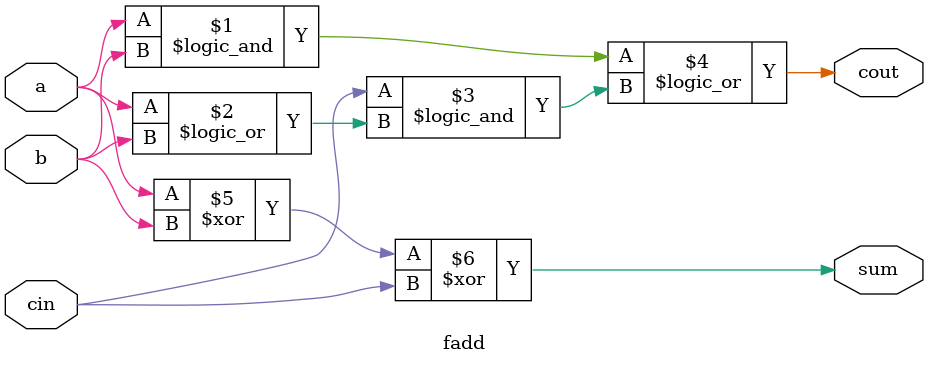
<source format=v>
module top_module( 
    input [2:0] a, b,
    input cin,
    output [2:0] cout,
    output [2:0] sum );
    wire sum0, sum1, sum2;
    fadd f0 (.a(a[0]), .b(b[0]), .cin(cin), .cout(cout[0]), .sum(sum0));
    fadd f1 (.a(a[1]), .b(b[1]), .cin(cout[0]), .cout(cout[1]), .sum(sum1));
    fadd f2 (.a(a[2]), .b(b[2]), .cin(cout[1]), .cout(cout[2]), .sum(sum2));
    assign sum = {sum2, sum1, sum0};
endmodule

module fadd( 
    input a, b, cin,
    output cout, sum );
    assign cout = (a && b) || (cin && (a || b));
    assign sum = a ^ b ^ cin;
endmodule

</source>
